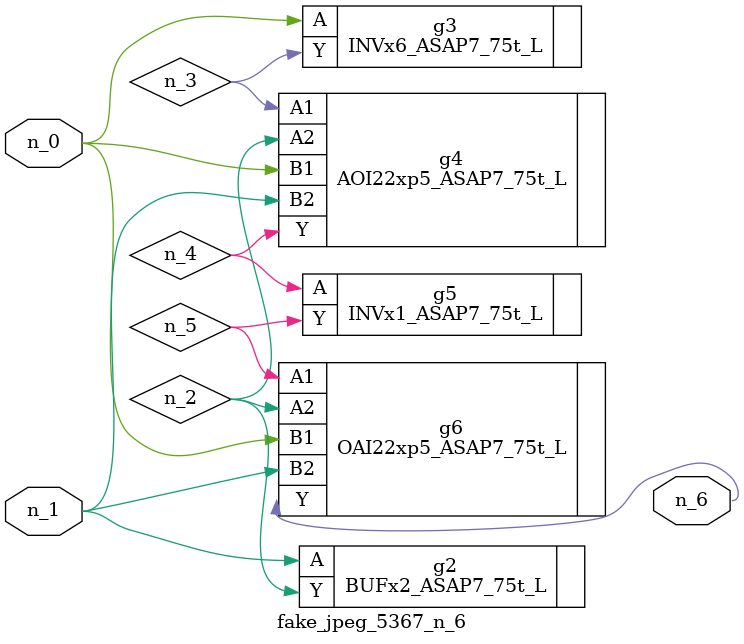
<source format=v>
module fake_jpeg_5367_n_6 (n_0, n_1, n_6);

input n_0;
input n_1;

output n_6;

wire n_2;
wire n_3;
wire n_4;
wire n_5;

BUFx2_ASAP7_75t_L g2 ( 
.A(n_1),
.Y(n_2)
);

INVx6_ASAP7_75t_L g3 ( 
.A(n_0),
.Y(n_3)
);

AOI22xp5_ASAP7_75t_L g4 ( 
.A1(n_3),
.A2(n_2),
.B1(n_0),
.B2(n_1),
.Y(n_4)
);

INVx1_ASAP7_75t_L g5 ( 
.A(n_4),
.Y(n_5)
);

OAI22xp5_ASAP7_75t_L g6 ( 
.A1(n_5),
.A2(n_2),
.B1(n_0),
.B2(n_1),
.Y(n_6)
);


endmodule
</source>
